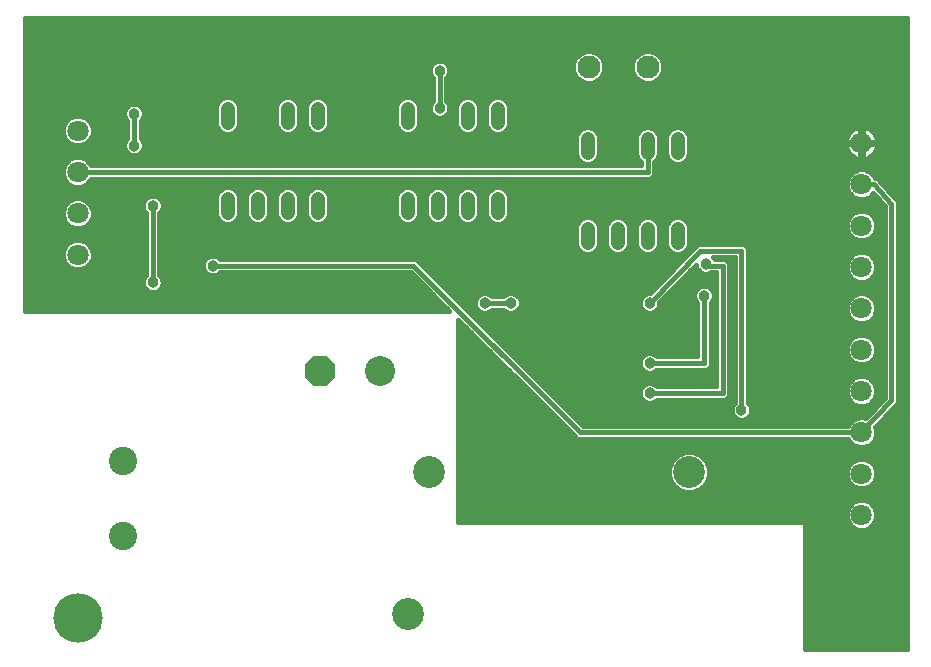
<source format=gbl>
G75*
%MOIN*%
%OFA0B0*%
%FSLAX24Y24*%
%IPPOS*%
%LPD*%
%AMOC8*
5,1,8,0,0,1.08239X$1,22.5*
%
%ADD10C,0.1063*%
%ADD11C,0.0472*%
%ADD12C,0.0768*%
%ADD13C,0.0709*%
%ADD14C,0.0945*%
%ADD15C,0.1000*%
%ADD16OC8,0.1000*%
%ADD17C,0.1650*%
%ADD18C,0.0380*%
%ADD19C,0.0160*%
%ADD20C,0.0250*%
D10*
X014122Y002568D03*
X014831Y007292D03*
X023492Y007292D03*
D11*
X023118Y014944D02*
X023118Y015416D01*
X022118Y015416D02*
X022118Y014944D01*
X021118Y014944D02*
X021118Y015416D01*
X020118Y015416D02*
X020118Y014944D01*
X017118Y015944D02*
X017118Y016416D01*
X016118Y016416D02*
X016118Y015944D01*
X015118Y015944D02*
X015118Y016416D01*
X014118Y016416D02*
X014118Y015944D01*
X011118Y015944D02*
X011118Y016416D01*
X010118Y016416D02*
X010118Y015944D01*
X009118Y015944D02*
X009118Y016416D01*
X008118Y016416D02*
X008118Y015944D01*
X008118Y018944D02*
X008118Y019416D01*
X010118Y019416D02*
X010118Y018944D01*
X011118Y018944D02*
X011118Y019416D01*
X014118Y019416D02*
X014118Y018944D01*
X016118Y018944D02*
X016118Y019416D01*
X017118Y019416D02*
X017118Y018944D01*
X020118Y018416D02*
X020118Y017944D01*
X022118Y017944D02*
X022118Y018416D01*
X023118Y018416D02*
X023118Y017944D01*
D12*
X022118Y020805D03*
X020149Y020805D03*
D13*
X029243Y018269D03*
X029243Y016891D03*
X029243Y015513D03*
X029243Y014135D03*
X029243Y012757D03*
X029243Y011379D03*
X029243Y010001D03*
X029243Y008623D03*
X029243Y007245D03*
X029243Y005868D03*
X003118Y014546D03*
X003118Y015924D03*
X003118Y017302D03*
X003118Y018680D03*
D14*
X004618Y007680D03*
X004618Y005180D03*
D15*
X013180Y010680D03*
D16*
X011180Y010680D03*
D17*
X003118Y002430D03*
X003118Y021430D03*
X029118Y020180D03*
X029118Y003680D03*
D18*
X025243Y009368D03*
X022180Y009930D03*
X022180Y010930D03*
X020493Y010868D03*
X023118Y012743D03*
X022180Y012930D03*
X023993Y013180D03*
X024055Y014243D03*
X017555Y012930D03*
X016680Y012930D03*
X015180Y019430D03*
X015180Y020680D03*
X007618Y014180D03*
X005618Y013618D03*
X005618Y016180D03*
X004993Y018180D03*
X004993Y019243D03*
X005118Y021368D03*
D19*
X005430Y021680D01*
X007799Y019629D02*
X007741Y019491D01*
X007741Y018869D01*
X007799Y018731D01*
X007904Y018625D01*
X008043Y018568D01*
X008192Y018568D01*
X008331Y018625D01*
X008436Y018731D01*
X008494Y018869D01*
X008494Y019491D01*
X008436Y019629D01*
X008331Y019735D01*
X008192Y019792D01*
X008043Y019792D01*
X007904Y019735D01*
X007799Y019629D01*
X007772Y019566D02*
X005074Y019566D01*
X005058Y019572D02*
X004927Y019572D01*
X004806Y019522D01*
X004713Y019429D01*
X004663Y019308D01*
X004663Y019177D01*
X004713Y019056D01*
X004773Y018996D01*
X004773Y018427D01*
X004713Y018367D01*
X004663Y018246D01*
X004663Y018114D01*
X004713Y017993D01*
X004806Y017900D01*
X004927Y017850D01*
X005058Y017850D01*
X005179Y017900D01*
X005272Y017993D01*
X005322Y018114D01*
X005322Y018246D01*
X005272Y018367D01*
X005212Y018427D01*
X005212Y018996D01*
X005272Y019056D01*
X005322Y019177D01*
X005322Y019308D01*
X005272Y019429D01*
X005179Y019522D01*
X005058Y019572D01*
X004911Y019566D02*
X001347Y019566D01*
X001347Y019408D02*
X004704Y019408D01*
X004663Y019249D02*
X001347Y019249D01*
X001347Y019091D02*
X002829Y019091D01*
X002837Y019099D02*
X002698Y018960D01*
X002623Y018778D01*
X002623Y018582D01*
X002698Y018400D01*
X002837Y018261D01*
X003019Y018186D01*
X003216Y018186D01*
X003398Y018261D01*
X003537Y018400D01*
X003612Y018582D01*
X003612Y018778D01*
X003537Y018960D01*
X003398Y019099D01*
X003216Y019174D01*
X003019Y019174D01*
X002837Y019099D01*
X002687Y018932D02*
X001347Y018932D01*
X001347Y018774D02*
X002623Y018774D01*
X002623Y018615D02*
X001347Y018615D01*
X001347Y018457D02*
X002675Y018457D01*
X002800Y018298D02*
X001347Y018298D01*
X001347Y018140D02*
X004663Y018140D01*
X004684Y018298D02*
X003435Y018298D01*
X003560Y018457D02*
X004773Y018457D01*
X004773Y018615D02*
X003612Y018615D01*
X003612Y018774D02*
X004773Y018774D01*
X004773Y018932D02*
X003548Y018932D01*
X003406Y019091D02*
X004698Y019091D01*
X004993Y019243D02*
X004993Y018180D01*
X005301Y018298D02*
X019741Y018298D01*
X019741Y018140D02*
X005322Y018140D01*
X005260Y017981D02*
X019741Y017981D01*
X019741Y017869D02*
X019799Y017731D01*
X019904Y017625D01*
X020043Y017568D01*
X020192Y017568D01*
X020331Y017625D01*
X020436Y017731D01*
X020494Y017869D01*
X020494Y018491D01*
X020436Y018629D01*
X020331Y018735D01*
X020192Y018792D01*
X020043Y018792D01*
X019904Y018735D01*
X019799Y018629D01*
X019741Y018491D01*
X019741Y017869D01*
X019761Y017823D02*
X001347Y017823D01*
X001347Y017981D02*
X004725Y017981D01*
X005212Y018457D02*
X019741Y018457D01*
X019793Y018615D02*
X017307Y018615D01*
X017331Y018625D02*
X017436Y018731D01*
X017494Y018869D01*
X017494Y019491D01*
X017436Y019629D01*
X017331Y019735D01*
X017192Y019792D01*
X017043Y019792D01*
X016904Y019735D01*
X016799Y019629D01*
X016741Y019491D01*
X016741Y018869D01*
X016799Y018731D01*
X016904Y018625D01*
X017043Y018568D01*
X017192Y018568D01*
X017331Y018625D01*
X017454Y018774D02*
X019997Y018774D01*
X020238Y018774D02*
X021997Y018774D01*
X022043Y018792D02*
X021904Y018735D01*
X021799Y018629D01*
X021741Y018491D01*
X021741Y017869D01*
X021799Y017731D01*
X021898Y017632D01*
X021898Y017522D01*
X003561Y017522D01*
X003537Y017582D01*
X003398Y017721D01*
X003216Y017796D01*
X003019Y017796D01*
X002837Y017721D01*
X002698Y017582D01*
X002623Y017400D01*
X002623Y017204D01*
X002698Y017022D01*
X002837Y016883D01*
X003019Y016808D01*
X003216Y016808D01*
X003398Y016883D01*
X003537Y017022D01*
X003561Y017082D01*
X022209Y017082D01*
X022337Y017211D01*
X022337Y017632D01*
X022436Y017731D01*
X022494Y017869D01*
X022494Y018491D01*
X022436Y018629D01*
X022331Y018735D01*
X022192Y018792D01*
X022043Y018792D01*
X022238Y018774D02*
X022997Y018774D01*
X023043Y018792D02*
X022904Y018735D01*
X022799Y018629D01*
X022741Y018491D01*
X022741Y017869D01*
X022799Y017731D01*
X022904Y017625D01*
X023043Y017568D01*
X023192Y017568D01*
X023331Y017625D01*
X023436Y017731D01*
X023494Y017869D01*
X023494Y018491D01*
X023436Y018629D01*
X023331Y018735D01*
X023192Y018792D01*
X023043Y018792D01*
X023238Y018774D02*
X029066Y018774D01*
X029037Y018764D02*
X028962Y018726D01*
X028894Y018677D01*
X028835Y018617D01*
X028785Y018549D01*
X028747Y018474D01*
X028721Y018394D01*
X028708Y018311D01*
X028708Y018307D01*
X029204Y018307D01*
X029204Y018231D01*
X028708Y018231D01*
X028708Y018227D01*
X028721Y018144D01*
X028747Y018064D01*
X028785Y017989D01*
X028835Y017921D01*
X028894Y017862D01*
X028962Y017812D01*
X029037Y017774D01*
X029117Y017748D01*
X029200Y017735D01*
X029204Y017735D01*
X029204Y018231D01*
X029281Y018231D01*
X029281Y018307D01*
X029777Y018307D01*
X029777Y018311D01*
X029764Y018394D01*
X029738Y018474D01*
X029699Y018549D01*
X029650Y018617D01*
X029591Y018677D01*
X029523Y018726D01*
X029448Y018764D01*
X029368Y018790D01*
X029285Y018803D01*
X029281Y018803D01*
X029281Y018307D01*
X029204Y018307D01*
X029204Y018803D01*
X029200Y018803D01*
X029117Y018790D01*
X029037Y018764D01*
X029204Y018774D02*
X029281Y018774D01*
X029419Y018774D02*
X030758Y018774D01*
X030758Y018932D02*
X017494Y018932D01*
X017494Y019091D02*
X030758Y019091D01*
X030758Y019249D02*
X017494Y019249D01*
X017494Y019408D02*
X030758Y019408D01*
X030758Y019566D02*
X017463Y019566D01*
X017341Y019725D02*
X030758Y019725D01*
X030758Y019883D02*
X015400Y019883D01*
X015400Y019725D02*
X015894Y019725D01*
X015904Y019735D02*
X015799Y019629D01*
X015741Y019491D01*
X015741Y018869D01*
X015799Y018731D01*
X015904Y018625D01*
X016043Y018568D01*
X016192Y018568D01*
X016331Y018625D01*
X016436Y018731D01*
X016494Y018869D01*
X016494Y019491D01*
X016436Y019629D01*
X016331Y019735D01*
X016192Y019792D01*
X016043Y019792D01*
X015904Y019735D01*
X015772Y019566D02*
X015481Y019566D01*
X015460Y019617D02*
X015510Y019496D01*
X015510Y019364D01*
X015460Y019243D01*
X015367Y019150D01*
X015246Y019100D01*
X015114Y019100D01*
X014993Y019150D01*
X014900Y019243D01*
X014850Y019364D01*
X014850Y019496D01*
X014900Y019617D01*
X014960Y019677D01*
X014960Y020433D01*
X014900Y020493D01*
X014850Y020614D01*
X014850Y020746D01*
X014900Y020867D01*
X014993Y020960D01*
X015114Y021010D01*
X015246Y021010D01*
X015367Y020960D01*
X015460Y020867D01*
X015510Y020746D01*
X015510Y020614D01*
X015460Y020493D01*
X015400Y020433D01*
X015400Y019677D01*
X015460Y019617D01*
X015510Y019408D02*
X015741Y019408D01*
X015741Y019249D02*
X015462Y019249D01*
X015741Y019091D02*
X014494Y019091D01*
X014494Y019249D02*
X014898Y019249D01*
X014850Y019408D02*
X014494Y019408D01*
X014494Y019491D02*
X014436Y019629D01*
X014331Y019735D01*
X014192Y019792D01*
X014043Y019792D01*
X013904Y019735D01*
X013799Y019629D01*
X013741Y019491D01*
X013741Y018869D01*
X013799Y018731D01*
X013904Y018625D01*
X014043Y018568D01*
X014192Y018568D01*
X014331Y018625D01*
X014436Y018731D01*
X014494Y018869D01*
X014494Y019491D01*
X014463Y019566D02*
X014879Y019566D01*
X014960Y019725D02*
X014341Y019725D01*
X013894Y019725D02*
X011341Y019725D01*
X011331Y019735D02*
X011192Y019792D01*
X011043Y019792D01*
X010904Y019735D01*
X010799Y019629D01*
X010741Y019491D01*
X010741Y018869D01*
X010799Y018731D01*
X010904Y018625D01*
X011043Y018568D01*
X011192Y018568D01*
X011331Y018625D01*
X011436Y018731D01*
X011494Y018869D01*
X011494Y019491D01*
X011436Y019629D01*
X011331Y019735D01*
X011463Y019566D02*
X013772Y019566D01*
X013741Y019408D02*
X011494Y019408D01*
X011494Y019249D02*
X013741Y019249D01*
X013741Y019091D02*
X011494Y019091D01*
X011494Y018932D02*
X013741Y018932D01*
X013781Y018774D02*
X011454Y018774D01*
X011307Y018615D02*
X013928Y018615D01*
X014307Y018615D02*
X015928Y018615D01*
X015781Y018774D02*
X014454Y018774D01*
X014494Y018932D02*
X015741Y018932D01*
X016307Y018615D02*
X016928Y018615D01*
X016781Y018774D02*
X016454Y018774D01*
X016494Y018932D02*
X016741Y018932D01*
X016741Y019091D02*
X016494Y019091D01*
X016494Y019249D02*
X016741Y019249D01*
X016741Y019408D02*
X016494Y019408D01*
X016463Y019566D02*
X016772Y019566D01*
X016894Y019725D02*
X016341Y019725D01*
X015400Y020042D02*
X030758Y020042D01*
X030758Y020200D02*
X015400Y020200D01*
X015400Y020359D02*
X019858Y020359D01*
X019852Y020361D02*
X020045Y020281D01*
X020253Y020281D01*
X020446Y020361D01*
X020593Y020508D01*
X020673Y020701D01*
X020673Y020909D01*
X020593Y021102D01*
X020446Y021249D01*
X020253Y021329D01*
X020045Y021329D01*
X019852Y021249D01*
X019705Y021102D01*
X019625Y020909D01*
X019625Y020701D01*
X019705Y020508D01*
X019852Y020361D01*
X019701Y020517D02*
X015470Y020517D01*
X015510Y020676D02*
X019636Y020676D01*
X019625Y020834D02*
X015473Y020834D01*
X015288Y020993D02*
X019660Y020993D01*
X019754Y021151D02*
X001347Y021151D01*
X001347Y020993D02*
X015072Y020993D01*
X014887Y020834D02*
X001347Y020834D01*
X001347Y020676D02*
X014850Y020676D01*
X014890Y020517D02*
X001347Y020517D01*
X001347Y020359D02*
X014960Y020359D01*
X014960Y020200D02*
X001347Y020200D01*
X001347Y020042D02*
X014960Y020042D01*
X014960Y019883D02*
X001347Y019883D01*
X001347Y019725D02*
X007894Y019725D01*
X007741Y019408D02*
X005281Y019408D01*
X005322Y019249D02*
X007741Y019249D01*
X007741Y019091D02*
X005287Y019091D01*
X005212Y018932D02*
X007741Y018932D01*
X007781Y018774D02*
X005212Y018774D01*
X005212Y018615D02*
X007928Y018615D01*
X008307Y018615D02*
X009928Y018615D01*
X009904Y018625D02*
X010043Y018568D01*
X010192Y018568D01*
X010331Y018625D01*
X010436Y018731D01*
X010494Y018869D01*
X010494Y019491D01*
X010436Y019629D01*
X010331Y019735D01*
X010192Y019792D01*
X010043Y019792D01*
X009904Y019735D01*
X009799Y019629D01*
X009741Y019491D01*
X009741Y018869D01*
X009799Y018731D01*
X009904Y018625D01*
X009781Y018774D02*
X008454Y018774D01*
X008494Y018932D02*
X009741Y018932D01*
X009741Y019091D02*
X008494Y019091D01*
X008494Y019249D02*
X009741Y019249D01*
X009741Y019408D02*
X008494Y019408D01*
X008463Y019566D02*
X009772Y019566D01*
X009894Y019725D02*
X008341Y019725D01*
X010341Y019725D02*
X010894Y019725D01*
X010772Y019566D02*
X010463Y019566D01*
X010494Y019408D02*
X010741Y019408D01*
X010741Y019249D02*
X010494Y019249D01*
X010494Y019091D02*
X010741Y019091D01*
X010741Y018932D02*
X010494Y018932D01*
X010454Y018774D02*
X010781Y018774D01*
X010928Y018615D02*
X010307Y018615D01*
X010192Y016792D02*
X010043Y016792D01*
X009904Y016735D01*
X009799Y016629D01*
X009741Y016491D01*
X009741Y015869D01*
X009799Y015731D01*
X009904Y015625D01*
X010043Y015568D01*
X010192Y015568D01*
X010331Y015625D01*
X010436Y015731D01*
X010494Y015869D01*
X010494Y016491D01*
X010436Y016629D01*
X010331Y016735D01*
X010192Y016792D01*
X010353Y016713D02*
X010882Y016713D01*
X010904Y016735D02*
X010799Y016629D01*
X010741Y016491D01*
X010741Y015869D01*
X010799Y015731D01*
X010904Y015625D01*
X011043Y015568D01*
X011192Y015568D01*
X011331Y015625D01*
X011436Y015731D01*
X011494Y015869D01*
X011494Y016491D01*
X011436Y016629D01*
X011331Y016735D01*
X011192Y016792D01*
X011043Y016792D01*
X010904Y016735D01*
X010768Y016555D02*
X010467Y016555D01*
X010494Y016396D02*
X010741Y016396D01*
X010741Y016238D02*
X010494Y016238D01*
X010494Y016079D02*
X010741Y016079D01*
X010741Y015921D02*
X010494Y015921D01*
X010449Y015762D02*
X010786Y015762D01*
X010956Y015604D02*
X010279Y015604D01*
X009956Y015604D02*
X009279Y015604D01*
X009331Y015625D02*
X009192Y015568D01*
X009043Y015568D01*
X008904Y015625D01*
X008799Y015731D01*
X008741Y015869D01*
X008741Y016491D01*
X008799Y016629D01*
X008904Y016735D01*
X009043Y016792D01*
X009192Y016792D01*
X009331Y016735D01*
X009436Y016629D01*
X009494Y016491D01*
X009494Y015869D01*
X009436Y015731D01*
X009331Y015625D01*
X009449Y015762D02*
X009786Y015762D01*
X009741Y015921D02*
X009494Y015921D01*
X009494Y016079D02*
X009741Y016079D01*
X009741Y016238D02*
X009494Y016238D01*
X009494Y016396D02*
X009741Y016396D01*
X009768Y016555D02*
X009467Y016555D01*
X009353Y016713D02*
X009882Y016713D01*
X008882Y016713D02*
X008353Y016713D01*
X008331Y016735D02*
X008192Y016792D01*
X008043Y016792D01*
X007904Y016735D01*
X007799Y016629D01*
X007741Y016491D01*
X007741Y015869D01*
X007799Y015731D01*
X007904Y015625D01*
X008043Y015568D01*
X008192Y015568D01*
X008331Y015625D01*
X008436Y015731D01*
X008494Y015869D01*
X008494Y016491D01*
X008436Y016629D01*
X008331Y016735D01*
X008467Y016555D02*
X008768Y016555D01*
X008741Y016396D02*
X008494Y016396D01*
X008494Y016238D02*
X008741Y016238D01*
X008741Y016079D02*
X008494Y016079D01*
X008494Y015921D02*
X008741Y015921D01*
X008786Y015762D02*
X008449Y015762D01*
X008279Y015604D02*
X008956Y015604D01*
X007956Y015604D02*
X005837Y015604D01*
X005837Y015762D02*
X007786Y015762D01*
X007741Y015921D02*
X005837Y015921D01*
X005837Y015933D02*
X005897Y015993D01*
X005947Y016114D01*
X005947Y016246D01*
X005897Y016367D01*
X005804Y016460D01*
X005683Y016510D01*
X005552Y016510D01*
X005431Y016460D01*
X005338Y016367D01*
X005288Y016246D01*
X005288Y016114D01*
X005338Y015993D01*
X005398Y015933D01*
X005398Y013864D01*
X005338Y013804D01*
X005288Y013683D01*
X005288Y013552D01*
X005338Y013431D01*
X005431Y013338D01*
X005552Y013288D01*
X005683Y013288D01*
X005804Y013338D01*
X005897Y013431D01*
X005947Y013552D01*
X005947Y013683D01*
X005897Y013804D01*
X005837Y013864D01*
X005837Y015933D01*
X005933Y016079D02*
X007741Y016079D01*
X007741Y016238D02*
X005947Y016238D01*
X005868Y016396D02*
X007741Y016396D01*
X007768Y016555D02*
X001347Y016555D01*
X001347Y016713D02*
X007882Y016713D01*
X005837Y015445D02*
X019741Y015445D01*
X019741Y015491D02*
X019799Y015629D01*
X019904Y015735D01*
X020043Y015792D01*
X020192Y015792D01*
X020331Y015735D01*
X020436Y015629D01*
X020494Y015491D01*
X020494Y014869D01*
X020436Y014731D01*
X020331Y014625D01*
X020192Y014568D01*
X020043Y014568D01*
X019904Y014625D01*
X019799Y014731D01*
X019741Y014869D01*
X019741Y015491D01*
X019788Y015604D02*
X017279Y015604D01*
X017331Y015625D02*
X017436Y015731D01*
X017494Y015869D01*
X017494Y016491D01*
X017436Y016629D01*
X017331Y016735D01*
X017192Y016792D01*
X017043Y016792D01*
X016904Y016735D01*
X016799Y016629D01*
X016741Y016491D01*
X016741Y015869D01*
X016799Y015731D01*
X016904Y015625D01*
X017043Y015568D01*
X017192Y015568D01*
X017331Y015625D01*
X017449Y015762D02*
X019969Y015762D01*
X020266Y015762D02*
X020969Y015762D01*
X020904Y015735D02*
X021043Y015792D01*
X021192Y015792D01*
X021331Y015735D01*
X021436Y015629D01*
X021494Y015491D01*
X021494Y014869D01*
X021436Y014731D01*
X021331Y014625D01*
X021192Y014568D01*
X021043Y014568D01*
X020904Y014625D01*
X020799Y014731D01*
X020741Y014869D01*
X020741Y015491D01*
X020799Y015629D01*
X020904Y015735D01*
X020788Y015604D02*
X020447Y015604D01*
X020494Y015445D02*
X020741Y015445D01*
X020741Y015287D02*
X020494Y015287D01*
X020494Y015128D02*
X020741Y015128D01*
X020741Y014970D02*
X020494Y014970D01*
X020470Y014811D02*
X020765Y014811D01*
X020877Y014653D02*
X020358Y014653D01*
X019877Y014653D02*
X005837Y014653D01*
X005837Y014811D02*
X019765Y014811D01*
X019741Y014970D02*
X005837Y014970D01*
X005837Y015128D02*
X019741Y015128D01*
X019741Y015287D02*
X005837Y015287D01*
X005398Y015287D02*
X001347Y015287D01*
X001347Y015445D02*
X002982Y015445D01*
X003019Y015430D02*
X003216Y015430D01*
X003398Y015505D01*
X003537Y015644D01*
X003612Y015826D01*
X003612Y016022D01*
X003537Y016204D01*
X003398Y016343D01*
X003216Y016418D01*
X003019Y016418D01*
X002837Y016343D01*
X002698Y016204D01*
X002623Y016022D01*
X002623Y015826D01*
X002698Y015644D01*
X002837Y015505D01*
X003019Y015430D01*
X003253Y015445D02*
X005398Y015445D01*
X005398Y015604D02*
X003496Y015604D01*
X003585Y015762D02*
X005398Y015762D01*
X005398Y015921D02*
X003612Y015921D01*
X003588Y016079D02*
X005302Y016079D01*
X005288Y016238D02*
X003503Y016238D01*
X003270Y016396D02*
X005367Y016396D01*
X005618Y016180D02*
X005618Y013618D01*
X005842Y013860D02*
X007528Y013860D01*
X007552Y013850D02*
X007683Y013850D01*
X007804Y013900D01*
X007864Y013960D01*
X014214Y013960D01*
X015494Y012680D01*
X001347Y012680D01*
X001347Y022446D01*
X030758Y022446D01*
X030758Y001410D01*
X027368Y001410D01*
X027368Y005618D01*
X015805Y005618D01*
X028811Y005618D01*
X028823Y005587D02*
X028962Y005448D01*
X029144Y005373D01*
X029341Y005373D01*
X029523Y005448D01*
X029662Y005587D01*
X029737Y005769D01*
X029737Y005966D01*
X029662Y006148D01*
X029523Y006287D01*
X029341Y006362D01*
X029144Y006362D01*
X028962Y006287D01*
X028823Y006148D01*
X028748Y005966D01*
X028748Y005769D01*
X028823Y005587D01*
X028951Y005460D02*
X027368Y005460D01*
X027368Y005301D02*
X030758Y005301D01*
X030758Y005143D02*
X027368Y005143D01*
X027368Y004984D02*
X030758Y004984D01*
X030758Y004826D02*
X027368Y004826D01*
X027368Y004667D02*
X030758Y004667D01*
X030758Y004509D02*
X027368Y004509D01*
X027368Y004350D02*
X030758Y004350D01*
X030758Y004192D02*
X027368Y004192D01*
X027368Y004033D02*
X030758Y004033D01*
X030758Y003875D02*
X027368Y003875D01*
X027368Y003716D02*
X030758Y003716D01*
X030758Y003558D02*
X027368Y003558D01*
X027368Y003399D02*
X030758Y003399D01*
X030758Y003241D02*
X027368Y003241D01*
X027368Y003082D02*
X030758Y003082D01*
X030758Y002924D02*
X027368Y002924D01*
X027368Y002765D02*
X030758Y002765D01*
X030758Y002607D02*
X027368Y002607D01*
X027368Y002448D02*
X030758Y002448D01*
X030758Y002290D02*
X027368Y002290D01*
X027368Y002131D02*
X030758Y002131D01*
X030758Y001973D02*
X027368Y001973D01*
X027368Y001814D02*
X030758Y001814D01*
X030758Y001656D02*
X027368Y001656D01*
X027368Y001497D02*
X030758Y001497D01*
X030758Y005460D02*
X029534Y005460D01*
X029674Y005618D02*
X030758Y005618D01*
X030758Y005777D02*
X029737Y005777D01*
X029737Y005935D02*
X030758Y005935D01*
X030758Y006094D02*
X029684Y006094D01*
X029557Y006252D02*
X030758Y006252D01*
X030758Y006411D02*
X015805Y006411D01*
X015805Y006569D02*
X030758Y006569D01*
X030758Y006728D02*
X023877Y006728D01*
X023872Y006723D02*
X024061Y006912D01*
X024164Y007159D01*
X024164Y007426D01*
X024061Y007673D01*
X023872Y007861D01*
X023626Y007964D01*
X023358Y007964D01*
X023112Y007861D01*
X022923Y007673D01*
X022821Y007426D01*
X022821Y007159D01*
X022923Y006912D01*
X023112Y006723D01*
X023358Y006621D01*
X023626Y006621D01*
X023872Y006723D01*
X024035Y006886D02*
X028903Y006886D01*
X028962Y006826D02*
X028823Y006965D01*
X028748Y007147D01*
X028748Y007344D01*
X028823Y007525D01*
X028962Y007665D01*
X029144Y007740D01*
X029341Y007740D01*
X029523Y007665D01*
X029662Y007525D01*
X029737Y007344D01*
X029737Y007147D01*
X029662Y006965D01*
X029523Y006826D01*
X029341Y006751D01*
X029144Y006751D01*
X028962Y006826D01*
X028791Y007045D02*
X024116Y007045D01*
X024164Y007203D02*
X028748Y007203D01*
X028756Y007362D02*
X024164Y007362D01*
X024124Y007520D02*
X028821Y007520D01*
X028996Y007679D02*
X024055Y007679D01*
X023897Y007837D02*
X030758Y007837D01*
X030758Y007679D02*
X029489Y007679D01*
X029664Y007520D02*
X030758Y007520D01*
X030758Y007362D02*
X029729Y007362D01*
X029737Y007203D02*
X030758Y007203D01*
X030758Y007045D02*
X029694Y007045D01*
X029582Y006886D02*
X030758Y006886D01*
X030758Y007996D02*
X015805Y007996D01*
X015805Y008154D02*
X029084Y008154D01*
X029144Y008129D02*
X029341Y008129D01*
X029523Y008204D01*
X029662Y008343D01*
X029737Y008525D01*
X029737Y008722D01*
X029706Y008795D01*
X030400Y009533D01*
X030462Y009595D01*
X030462Y009599D01*
X030465Y009601D01*
X030462Y009689D01*
X030462Y016237D01*
X030467Y016322D01*
X030462Y016327D01*
X030462Y016334D01*
X030402Y016394D01*
X029876Y016976D01*
X029876Y016982D01*
X029816Y017043D01*
X029759Y017106D01*
X029752Y017107D01*
X029748Y017111D01*
X029686Y017111D01*
X029662Y017171D01*
X029523Y017310D01*
X029341Y017385D01*
X029144Y017385D01*
X028962Y017310D01*
X028823Y017171D01*
X028748Y016989D01*
X028748Y016793D01*
X028823Y016611D01*
X028962Y016472D01*
X029144Y016397D01*
X029341Y016397D01*
X029523Y016472D01*
X029636Y016586D01*
X030023Y016158D01*
X030023Y009773D01*
X029387Y009098D01*
X029341Y009118D01*
X029144Y009118D01*
X028962Y009042D01*
X028823Y008903D01*
X028796Y008837D01*
X019959Y008837D01*
X014396Y014400D01*
X007864Y014400D01*
X007804Y014460D01*
X007683Y014510D01*
X007552Y014510D01*
X007431Y014460D01*
X007338Y014367D01*
X007288Y014246D01*
X007288Y014114D01*
X007338Y013993D01*
X007431Y013900D01*
X007552Y013850D01*
X007707Y013860D02*
X014314Y013860D01*
X014472Y013702D02*
X005940Y013702D01*
X005944Y013543D02*
X014631Y013543D01*
X014789Y013385D02*
X005851Y013385D01*
X005384Y013385D02*
X001347Y013385D01*
X001347Y013543D02*
X005291Y013543D01*
X005295Y013702D02*
X001347Y013702D01*
X001347Y013860D02*
X005393Y013860D01*
X005398Y014019D02*
X001347Y014019D01*
X001347Y014177D02*
X002788Y014177D01*
X002837Y014127D02*
X003019Y014052D01*
X003216Y014052D01*
X003398Y014127D01*
X003537Y014266D01*
X003612Y014448D01*
X003612Y014644D01*
X003537Y014826D01*
X003398Y014965D01*
X003216Y015040D01*
X003019Y015040D01*
X002837Y014965D01*
X002698Y014826D01*
X002623Y014644D01*
X002623Y014448D01*
X002698Y014266D01*
X002837Y014127D01*
X002670Y014336D02*
X001347Y014336D01*
X001347Y014494D02*
X002623Y014494D01*
X002627Y014653D02*
X001347Y014653D01*
X001347Y014811D02*
X002692Y014811D01*
X002848Y014970D02*
X001347Y014970D01*
X001347Y015128D02*
X005398Y015128D01*
X005398Y014970D02*
X003387Y014970D01*
X003543Y014811D02*
X005398Y014811D01*
X005398Y014653D02*
X003608Y014653D01*
X003612Y014494D02*
X005398Y014494D01*
X005398Y014336D02*
X003565Y014336D01*
X003447Y014177D02*
X005398Y014177D01*
X005837Y014177D02*
X007288Y014177D01*
X007325Y014336D02*
X005837Y014336D01*
X005837Y014494D02*
X007513Y014494D01*
X007722Y014494D02*
X023383Y014494D01*
X023331Y014625D02*
X023436Y014731D01*
X023494Y014869D01*
X023494Y015491D01*
X023436Y015629D01*
X023331Y015735D01*
X023192Y015792D01*
X023043Y015792D01*
X022904Y015735D01*
X022799Y015629D01*
X022741Y015491D01*
X022741Y014869D01*
X022799Y014731D01*
X022904Y014625D01*
X023043Y014568D01*
X023192Y014568D01*
X023331Y014625D01*
X023358Y014653D02*
X023535Y014653D01*
X023648Y014769D02*
X022193Y013260D01*
X022114Y013260D01*
X021993Y013210D01*
X021900Y013117D01*
X021850Y012996D01*
X021850Y012864D01*
X021900Y012743D01*
X021993Y012650D01*
X022114Y012600D01*
X022246Y012600D01*
X022367Y012650D01*
X022460Y012743D01*
X022510Y012864D01*
X022510Y012955D01*
X023725Y014215D01*
X023725Y014177D01*
X023688Y014177D01*
X023725Y014177D02*
X023775Y014056D01*
X023868Y013963D01*
X023989Y013913D01*
X024121Y013913D01*
X024235Y013960D01*
X024398Y013960D01*
X024398Y010150D01*
X022427Y010150D01*
X022367Y010210D01*
X022246Y010260D01*
X022114Y010260D01*
X021993Y010210D01*
X021900Y010117D01*
X021850Y009996D01*
X021850Y009864D01*
X021900Y009743D01*
X021993Y009650D01*
X022114Y009600D01*
X022246Y009600D01*
X022367Y009650D01*
X022427Y009710D01*
X024709Y009710D01*
X024837Y009839D01*
X024837Y014271D01*
X024709Y014400D01*
X024347Y014400D01*
X024335Y014429D01*
X024304Y014460D01*
X025023Y014460D01*
X025023Y009614D01*
X024963Y009554D01*
X024913Y009433D01*
X024913Y009302D01*
X024963Y009181D01*
X025056Y009088D01*
X025177Y009038D01*
X025308Y009038D01*
X025429Y009088D01*
X025522Y009181D01*
X025572Y009302D01*
X025572Y009433D01*
X025522Y009554D01*
X025462Y009614D01*
X025462Y014771D01*
X025334Y014900D01*
X023956Y014900D01*
X023955Y014902D01*
X023865Y014900D01*
X023776Y014900D01*
X023775Y014898D01*
X023772Y014898D01*
X023711Y014834D01*
X023648Y014771D01*
X023648Y014769D01*
X023687Y014811D02*
X023470Y014811D01*
X023494Y014970D02*
X030023Y014970D01*
X030023Y015128D02*
X029556Y015128D01*
X029523Y015094D02*
X029662Y015233D01*
X029737Y015415D01*
X029737Y015611D01*
X029662Y015793D01*
X029523Y015932D01*
X029341Y016007D01*
X029144Y016007D01*
X028962Y015932D01*
X028823Y015793D01*
X028748Y015611D01*
X028748Y015415D01*
X028823Y015233D01*
X028962Y015094D01*
X029144Y015019D01*
X029341Y015019D01*
X029523Y015094D01*
X029684Y015287D02*
X030023Y015287D01*
X030023Y015445D02*
X029737Y015445D01*
X029737Y015604D02*
X030023Y015604D01*
X030023Y015762D02*
X029674Y015762D01*
X029534Y015921D02*
X030023Y015921D01*
X030023Y016079D02*
X017494Y016079D01*
X017494Y015921D02*
X028951Y015921D01*
X028811Y015762D02*
X023266Y015762D01*
X023447Y015604D02*
X028748Y015604D01*
X028748Y015445D02*
X023494Y015445D01*
X023494Y015287D02*
X028801Y015287D01*
X028929Y015128D02*
X023494Y015128D01*
X023868Y014680D02*
X025243Y014680D01*
X025243Y009368D01*
X025496Y009581D02*
X028967Y009581D01*
X028962Y009582D02*
X029144Y009507D01*
X029341Y009507D01*
X029523Y009582D01*
X029662Y009721D01*
X029737Y009903D01*
X029737Y010100D01*
X029662Y010281D01*
X029523Y010420D01*
X029341Y010496D01*
X029144Y010496D01*
X028962Y010420D01*
X028823Y010281D01*
X028748Y010100D01*
X028748Y009903D01*
X028823Y009721D01*
X028962Y009582D01*
X028816Y009739D02*
X025462Y009739D01*
X025462Y009898D02*
X028750Y009898D01*
X028748Y010056D02*
X025462Y010056D01*
X025462Y010215D02*
X028796Y010215D01*
X028915Y010373D02*
X025462Y010373D01*
X025462Y010532D02*
X030023Y010532D01*
X030023Y010690D02*
X025462Y010690D01*
X025462Y010849D02*
X030023Y010849D01*
X030023Y011007D02*
X029569Y011007D01*
X029523Y010960D02*
X029662Y011099D01*
X029737Y011281D01*
X029737Y011478D01*
X029662Y011659D01*
X029523Y011798D01*
X029341Y011874D01*
X029144Y011874D01*
X028962Y011798D01*
X028823Y011659D01*
X028748Y011478D01*
X028748Y011281D01*
X028823Y011099D01*
X028962Y010960D01*
X029144Y010885D01*
X029341Y010885D01*
X029523Y010960D01*
X029689Y011166D02*
X030023Y011166D01*
X030023Y011324D02*
X029737Y011324D01*
X029735Y011483D02*
X030023Y011483D01*
X030023Y011641D02*
X029669Y011641D01*
X029520Y011800D02*
X030023Y011800D01*
X030023Y011958D02*
X025462Y011958D01*
X025462Y011800D02*
X028965Y011800D01*
X028816Y011641D02*
X025462Y011641D01*
X025462Y011483D02*
X028750Y011483D01*
X028748Y011324D02*
X025462Y011324D01*
X025462Y011166D02*
X028796Y011166D01*
X028916Y011007D02*
X025462Y011007D01*
X025023Y011007D02*
X024837Y011007D01*
X024837Y010849D02*
X025023Y010849D01*
X025023Y010690D02*
X024837Y010690D01*
X024837Y010532D02*
X025023Y010532D01*
X025023Y010373D02*
X024837Y010373D01*
X024837Y010215D02*
X025023Y010215D01*
X025023Y010056D02*
X024837Y010056D01*
X024837Y009898D02*
X025023Y009898D01*
X025023Y009739D02*
X024738Y009739D01*
X024618Y009930D02*
X024618Y014180D01*
X024055Y014180D01*
X024055Y014243D01*
X023812Y014019D02*
X023535Y014019D01*
X023382Y013860D02*
X024398Y013860D01*
X024398Y013702D02*
X023230Y013702D01*
X023077Y013543D02*
X024398Y013543D01*
X024398Y013385D02*
X024255Y013385D01*
X024272Y013367D02*
X024179Y013460D01*
X024058Y013510D01*
X023927Y013510D01*
X023806Y013460D01*
X023713Y013367D01*
X023663Y013246D01*
X023663Y013114D01*
X023713Y012993D01*
X023773Y012933D01*
X023773Y011150D01*
X022427Y011150D01*
X022367Y011210D01*
X022246Y011260D01*
X022114Y011260D01*
X021993Y011210D01*
X021900Y011117D01*
X021850Y010996D01*
X021850Y010864D01*
X021900Y010743D01*
X021993Y010650D01*
X022114Y010600D01*
X022246Y010600D01*
X022367Y010650D01*
X022427Y010710D01*
X024084Y010710D01*
X024212Y010839D01*
X024212Y012933D01*
X024272Y012993D01*
X024322Y013114D01*
X024322Y013246D01*
X024272Y013367D01*
X024322Y013226D02*
X024398Y013226D01*
X024398Y013068D02*
X024303Y013068D01*
X024212Y012909D02*
X024398Y012909D01*
X024398Y012751D02*
X024212Y012751D01*
X024212Y012592D02*
X024398Y012592D01*
X024398Y012434D02*
X024212Y012434D01*
X024212Y012275D02*
X024398Y012275D01*
X024398Y012117D02*
X024212Y012117D01*
X024212Y011958D02*
X024398Y011958D01*
X024398Y011800D02*
X024212Y011800D01*
X024212Y011641D02*
X024398Y011641D01*
X024398Y011483D02*
X024212Y011483D01*
X024212Y011324D02*
X024398Y011324D01*
X024398Y011166D02*
X024212Y011166D01*
X024212Y011007D02*
X024398Y011007D01*
X024398Y010849D02*
X024212Y010849D01*
X023993Y010930D02*
X022180Y010930D01*
X021949Y011166D02*
X017631Y011166D01*
X017472Y011324D02*
X023773Y011324D01*
X023773Y011166D02*
X022411Y011166D01*
X022407Y010690D02*
X024398Y010690D01*
X024398Y010532D02*
X018265Y010532D01*
X018106Y010690D02*
X021953Y010690D01*
X021857Y010849D02*
X017948Y010849D01*
X017789Y011007D02*
X021855Y011007D01*
X022005Y010215D02*
X018582Y010215D01*
X018423Y010373D02*
X024398Y010373D01*
X024398Y010215D02*
X022355Y010215D01*
X022180Y009930D02*
X024618Y009930D01*
X024989Y009581D02*
X019216Y009581D01*
X019057Y009739D02*
X021904Y009739D01*
X021850Y009898D02*
X018899Y009898D01*
X018740Y010056D02*
X021875Y010056D01*
X019850Y008947D02*
X028867Y008947D01*
X029113Y009105D02*
X025447Y009105D01*
X025557Y009264D02*
X029543Y009264D01*
X029692Y009422D02*
X025572Y009422D01*
X025038Y009105D02*
X019691Y009105D01*
X019533Y009264D02*
X024928Y009264D01*
X024913Y009422D02*
X019374Y009422D01*
X019069Y009105D02*
X015805Y009105D01*
X015805Y008947D02*
X019227Y008947D01*
X019386Y008788D02*
X015805Y008788D01*
X015805Y008630D02*
X019544Y008630D01*
X019648Y008526D02*
X019776Y008398D01*
X028801Y008398D01*
X028823Y008343D01*
X028962Y008204D01*
X029144Y008129D01*
X029401Y008154D02*
X030758Y008154D01*
X030758Y008313D02*
X029631Y008313D01*
X029714Y008471D02*
X030758Y008471D01*
X030758Y008630D02*
X029737Y008630D01*
X029709Y008788D02*
X030758Y008788D01*
X030758Y008947D02*
X029849Y008947D01*
X029998Y009105D02*
X030758Y009105D01*
X030758Y009264D02*
X030147Y009264D01*
X030296Y009422D02*
X030758Y009422D01*
X030758Y009581D02*
X030448Y009581D01*
X030462Y009739D02*
X030758Y009739D01*
X030758Y009898D02*
X030462Y009898D01*
X030462Y010056D02*
X030758Y010056D01*
X030758Y010215D02*
X030462Y010215D01*
X030462Y010373D02*
X030758Y010373D01*
X030758Y010532D02*
X030462Y010532D01*
X030462Y010690D02*
X030758Y010690D01*
X030758Y010849D02*
X030462Y010849D01*
X030462Y011007D02*
X030758Y011007D01*
X030758Y011166D02*
X030462Y011166D01*
X030462Y011324D02*
X030758Y011324D01*
X030758Y011483D02*
X030462Y011483D01*
X030462Y011641D02*
X030758Y011641D01*
X030758Y011800D02*
X030462Y011800D01*
X030462Y011958D02*
X030758Y011958D01*
X030758Y012117D02*
X030462Y012117D01*
X030462Y012275D02*
X030758Y012275D01*
X030758Y012434D02*
X030462Y012434D01*
X030462Y012592D02*
X030758Y012592D01*
X030758Y012751D02*
X030462Y012751D01*
X030462Y012909D02*
X030758Y012909D01*
X030758Y013068D02*
X030462Y013068D01*
X030462Y013226D02*
X030758Y013226D01*
X030758Y013385D02*
X030462Y013385D01*
X030462Y013543D02*
X030758Y013543D01*
X030758Y013702D02*
X030462Y013702D01*
X030462Y013860D02*
X030758Y013860D01*
X030758Y014019D02*
X030462Y014019D01*
X030462Y014177D02*
X030758Y014177D01*
X030758Y014336D02*
X030462Y014336D01*
X030462Y014494D02*
X030758Y014494D01*
X030758Y014653D02*
X030462Y014653D01*
X030462Y014811D02*
X030758Y014811D01*
X030758Y014970D02*
X030462Y014970D01*
X030462Y015128D02*
X030758Y015128D01*
X030758Y015287D02*
X030462Y015287D01*
X030462Y015445D02*
X030758Y015445D01*
X030758Y015604D02*
X030462Y015604D01*
X030462Y015762D02*
X030758Y015762D01*
X030758Y015921D02*
X030462Y015921D01*
X030462Y016079D02*
X030758Y016079D01*
X030758Y016238D02*
X030463Y016238D01*
X030400Y016396D02*
X030758Y016396D01*
X030758Y016555D02*
X030257Y016555D01*
X030114Y016713D02*
X030758Y016713D01*
X030758Y016872D02*
X029971Y016872D01*
X029829Y017030D02*
X030758Y017030D01*
X030758Y017189D02*
X029644Y017189D01*
X029434Y017347D02*
X030758Y017347D01*
X030758Y017506D02*
X022337Y017506D01*
X022337Y017347D02*
X029051Y017347D01*
X028841Y017189D02*
X022315Y017189D01*
X022118Y017302D02*
X003118Y017302D01*
X003455Y017664D02*
X019865Y017664D01*
X020370Y017664D02*
X021865Y017664D01*
X021761Y017823D02*
X020474Y017823D01*
X020494Y017981D02*
X021741Y017981D01*
X021741Y018140D02*
X020494Y018140D01*
X020494Y018298D02*
X021741Y018298D01*
X021741Y018457D02*
X020494Y018457D01*
X020442Y018615D02*
X021793Y018615D01*
X022118Y018180D02*
X022118Y017302D01*
X022370Y017664D02*
X022865Y017664D01*
X022761Y017823D02*
X022474Y017823D01*
X022494Y017981D02*
X022741Y017981D01*
X022741Y018140D02*
X022494Y018140D01*
X022494Y018298D02*
X022741Y018298D01*
X022741Y018457D02*
X022494Y018457D01*
X022442Y018615D02*
X022793Y018615D01*
X023442Y018615D02*
X028833Y018615D01*
X028742Y018457D02*
X023494Y018457D01*
X023494Y018298D02*
X029204Y018298D01*
X029281Y018298D02*
X030758Y018298D01*
X030758Y018140D02*
X029762Y018140D01*
X029764Y018144D02*
X029777Y018227D01*
X029777Y018231D01*
X029281Y018231D01*
X029281Y017735D01*
X029285Y017735D01*
X029368Y017748D01*
X029448Y017774D01*
X029523Y017812D01*
X029591Y017862D01*
X029650Y017921D01*
X029699Y017989D01*
X029738Y018064D01*
X029764Y018144D01*
X029694Y017981D02*
X030758Y017981D01*
X030758Y017823D02*
X029537Y017823D01*
X029281Y017823D02*
X029204Y017823D01*
X029204Y017981D02*
X029281Y017981D01*
X029281Y018140D02*
X029204Y018140D01*
X028948Y017823D02*
X023474Y017823D01*
X023494Y017981D02*
X028791Y017981D01*
X028723Y018140D02*
X023494Y018140D01*
X023370Y017664D02*
X030758Y017664D01*
X029656Y016891D02*
X029243Y016891D01*
X028781Y016713D02*
X017353Y016713D01*
X017467Y016555D02*
X028880Y016555D01*
X028748Y016872D02*
X003370Y016872D01*
X003540Y017030D02*
X028765Y017030D01*
X029656Y016891D02*
X030243Y016243D01*
X030243Y009686D01*
X029243Y008623D01*
X029237Y008618D01*
X019868Y008618D01*
X014305Y014180D01*
X007618Y014180D01*
X007327Y014019D02*
X005837Y014019D01*
X002739Y015604D02*
X001347Y015604D01*
X001347Y015762D02*
X002650Y015762D01*
X002623Y015921D02*
X001347Y015921D01*
X001347Y016079D02*
X002647Y016079D01*
X002732Y016238D02*
X001347Y016238D01*
X001347Y016396D02*
X002965Y016396D01*
X002865Y016872D02*
X001347Y016872D01*
X001347Y017030D02*
X002695Y017030D01*
X002629Y017189D02*
X001347Y017189D01*
X001347Y017347D02*
X002623Y017347D01*
X002667Y017506D02*
X001347Y017506D01*
X001347Y017664D02*
X002780Y017664D01*
X001347Y021310D02*
X019998Y021310D01*
X020300Y021310D02*
X021967Y021310D01*
X022013Y021329D02*
X021821Y021249D01*
X021673Y021102D01*
X021594Y020909D01*
X021594Y020701D01*
X021673Y020508D01*
X021821Y020361D01*
X022013Y020281D01*
X022222Y020281D01*
X022414Y020361D01*
X022562Y020508D01*
X022641Y020701D01*
X022641Y020909D01*
X022562Y021102D01*
X022414Y021249D01*
X022222Y021329D01*
X022013Y021329D01*
X022268Y021310D02*
X030758Y021310D01*
X030758Y021468D02*
X001347Y021468D01*
X001347Y021627D02*
X030758Y021627D01*
X030758Y021785D02*
X001347Y021785D01*
X001347Y021944D02*
X030758Y021944D01*
X030758Y022102D02*
X001347Y022102D01*
X001347Y022261D02*
X030758Y022261D01*
X030758Y022419D02*
X001347Y022419D01*
X011353Y016713D02*
X013882Y016713D01*
X013904Y016735D02*
X013799Y016629D01*
X013741Y016491D01*
X013741Y015869D01*
X013799Y015731D01*
X013904Y015625D01*
X014043Y015568D01*
X014192Y015568D01*
X014331Y015625D01*
X014436Y015731D01*
X014494Y015869D01*
X014494Y016491D01*
X014436Y016629D01*
X014331Y016735D01*
X014192Y016792D01*
X014043Y016792D01*
X013904Y016735D01*
X013768Y016555D02*
X011467Y016555D01*
X011494Y016396D02*
X013741Y016396D01*
X013741Y016238D02*
X011494Y016238D01*
X011494Y016079D02*
X013741Y016079D01*
X013741Y015921D02*
X011494Y015921D01*
X011449Y015762D02*
X013786Y015762D01*
X013956Y015604D02*
X011279Y015604D01*
X014279Y015604D02*
X014956Y015604D01*
X014904Y015625D02*
X015043Y015568D01*
X015192Y015568D01*
X015331Y015625D01*
X015436Y015731D01*
X015494Y015869D01*
X015494Y016491D01*
X015436Y016629D01*
X015331Y016735D01*
X015192Y016792D01*
X015043Y016792D01*
X014904Y016735D01*
X014799Y016629D01*
X014741Y016491D01*
X014741Y015869D01*
X014799Y015731D01*
X014904Y015625D01*
X014786Y015762D02*
X014449Y015762D01*
X014494Y015921D02*
X014741Y015921D01*
X014741Y016079D02*
X014494Y016079D01*
X014494Y016238D02*
X014741Y016238D01*
X014741Y016396D02*
X014494Y016396D01*
X014467Y016555D02*
X014768Y016555D01*
X014882Y016713D02*
X014353Y016713D01*
X015353Y016713D02*
X015882Y016713D01*
X015904Y016735D02*
X015799Y016629D01*
X015741Y016491D01*
X015741Y015869D01*
X015799Y015731D01*
X015904Y015625D01*
X016043Y015568D01*
X016192Y015568D01*
X016331Y015625D01*
X016436Y015731D01*
X016494Y015869D01*
X016494Y016491D01*
X016436Y016629D01*
X016331Y016735D01*
X016192Y016792D01*
X016043Y016792D01*
X015904Y016735D01*
X015768Y016555D02*
X015467Y016555D01*
X015494Y016396D02*
X015741Y016396D01*
X015741Y016238D02*
X015494Y016238D01*
X015494Y016079D02*
X015741Y016079D01*
X015741Y015921D02*
X015494Y015921D01*
X015449Y015762D02*
X015786Y015762D01*
X015956Y015604D02*
X015279Y015604D01*
X016279Y015604D02*
X016956Y015604D01*
X016786Y015762D02*
X016449Y015762D01*
X016494Y015921D02*
X016741Y015921D01*
X016741Y016079D02*
X016494Y016079D01*
X016494Y016238D02*
X016741Y016238D01*
X016741Y016396D02*
X016494Y016396D01*
X016467Y016555D02*
X016768Y016555D01*
X016882Y016713D02*
X016353Y016713D01*
X017494Y016396D02*
X029807Y016396D01*
X029664Y016555D02*
X029605Y016555D01*
X029950Y016238D02*
X017494Y016238D01*
X014778Y014019D02*
X022924Y014019D01*
X023077Y014177D02*
X014619Y014177D01*
X014461Y014336D02*
X023230Y014336D01*
X022877Y014653D02*
X022358Y014653D01*
X022331Y014625D02*
X022436Y014731D01*
X022494Y014869D01*
X022494Y015491D01*
X022436Y015629D01*
X022331Y015735D01*
X022192Y015792D01*
X022043Y015792D01*
X021904Y015735D01*
X021799Y015629D01*
X021741Y015491D01*
X021741Y014869D01*
X021799Y014731D01*
X021904Y014625D01*
X022043Y014568D01*
X022192Y014568D01*
X022331Y014625D01*
X022470Y014811D02*
X022765Y014811D01*
X022741Y014970D02*
X022494Y014970D01*
X022494Y015128D02*
X022741Y015128D01*
X022741Y015287D02*
X022494Y015287D01*
X022494Y015445D02*
X022741Y015445D01*
X022788Y015604D02*
X022447Y015604D01*
X022266Y015762D02*
X022969Y015762D01*
X021969Y015762D02*
X021266Y015762D01*
X021447Y015604D02*
X021788Y015604D01*
X021741Y015445D02*
X021494Y015445D01*
X021494Y015287D02*
X021741Y015287D01*
X021741Y015128D02*
X021494Y015128D01*
X021494Y014970D02*
X021741Y014970D01*
X021765Y014811D02*
X021470Y014811D01*
X021358Y014653D02*
X021877Y014653D01*
X022771Y013860D02*
X014936Y013860D01*
X015095Y013702D02*
X022618Y013702D01*
X022466Y013543D02*
X015253Y013543D01*
X015412Y013385D02*
X022313Y013385D01*
X022032Y013226D02*
X017703Y013226D01*
X017742Y013210D02*
X017621Y013260D01*
X017489Y013260D01*
X017368Y013210D01*
X017308Y013150D01*
X016927Y013150D01*
X016867Y013210D01*
X016746Y013260D01*
X016614Y013260D01*
X016493Y013210D01*
X016400Y013117D01*
X016350Y012996D01*
X016350Y012864D01*
X016400Y012743D01*
X016493Y012650D01*
X016614Y012600D01*
X016746Y012600D01*
X016867Y012650D01*
X016927Y012710D01*
X017308Y012710D01*
X017368Y012650D01*
X017489Y012600D01*
X017621Y012600D01*
X017742Y012650D01*
X017835Y012743D01*
X017885Y012864D01*
X017885Y012996D01*
X017835Y013117D01*
X017742Y013210D01*
X017855Y013068D02*
X021880Y013068D01*
X021850Y012909D02*
X017885Y012909D01*
X017838Y012751D02*
X021897Y012751D01*
X022180Y012930D02*
X023868Y014680D01*
X024773Y014336D02*
X025023Y014336D01*
X025023Y014177D02*
X024837Y014177D01*
X024837Y014019D02*
X025023Y014019D01*
X025023Y013860D02*
X024837Y013860D01*
X024837Y013702D02*
X025023Y013702D01*
X025023Y013543D02*
X024837Y013543D01*
X024837Y013385D02*
X025023Y013385D01*
X025023Y013226D02*
X024837Y013226D01*
X024837Y013068D02*
X025023Y013068D01*
X025023Y012909D02*
X024837Y012909D01*
X024837Y012751D02*
X025023Y012751D01*
X025023Y012592D02*
X024837Y012592D01*
X024837Y012434D02*
X025023Y012434D01*
X025023Y012275D02*
X024837Y012275D01*
X024837Y012117D02*
X025023Y012117D01*
X025023Y011958D02*
X024837Y011958D01*
X024837Y011800D02*
X025023Y011800D01*
X025023Y011641D02*
X024837Y011641D01*
X024837Y011483D02*
X025023Y011483D01*
X025023Y011324D02*
X024837Y011324D01*
X024837Y011166D02*
X025023Y011166D01*
X023993Y010930D02*
X023993Y013180D01*
X023682Y013068D02*
X022618Y013068D01*
X022510Y012909D02*
X023773Y012909D01*
X023773Y012751D02*
X022463Y012751D01*
X022771Y013226D02*
X023663Y013226D01*
X023730Y013385D02*
X022924Y013385D01*
X023773Y012592D02*
X016204Y012592D01*
X016046Y012751D02*
X016397Y012751D01*
X016350Y012909D02*
X015887Y012909D01*
X015729Y013068D02*
X016380Y013068D01*
X016532Y013226D02*
X015570Y013226D01*
X015265Y012909D02*
X001347Y012909D01*
X001347Y012751D02*
X015423Y012751D01*
X015106Y013068D02*
X001347Y013068D01*
X001347Y013226D02*
X014948Y013226D01*
X015805Y012369D02*
X019648Y008526D01*
X019703Y008471D02*
X015805Y008471D01*
X015805Y008313D02*
X028854Y008313D01*
X029372Y009105D02*
X029394Y009105D01*
X029518Y009581D02*
X029841Y009581D01*
X029990Y009739D02*
X029669Y009739D01*
X029735Y009898D02*
X030023Y009898D01*
X030023Y010056D02*
X029737Y010056D01*
X029689Y010215D02*
X030023Y010215D01*
X030023Y010373D02*
X029570Y010373D01*
X030023Y012117D02*
X025462Y012117D01*
X025462Y012275D02*
X029115Y012275D01*
X029144Y012263D02*
X029341Y012263D01*
X029523Y012338D01*
X029662Y012477D01*
X029737Y012659D01*
X029737Y012856D01*
X029662Y013037D01*
X029523Y013176D01*
X029341Y013252D01*
X029144Y013252D01*
X028962Y013176D01*
X028823Y013037D01*
X028748Y012856D01*
X028748Y012659D01*
X028823Y012477D01*
X028962Y012338D01*
X029144Y012263D01*
X029370Y012275D02*
X030023Y012275D01*
X030023Y012434D02*
X029618Y012434D01*
X029709Y012592D02*
X030023Y012592D01*
X030023Y012751D02*
X029737Y012751D01*
X029715Y012909D02*
X030023Y012909D01*
X030023Y013068D02*
X029631Y013068D01*
X029403Y013226D02*
X030023Y013226D01*
X030023Y013385D02*
X025462Y013385D01*
X025462Y013543D02*
X030023Y013543D01*
X030023Y013702D02*
X029487Y013702D01*
X029523Y013716D02*
X029341Y013641D01*
X029144Y013641D01*
X028962Y013716D01*
X028823Y013855D01*
X028748Y014037D01*
X028748Y014234D01*
X028823Y014415D01*
X028962Y014554D01*
X029144Y014630D01*
X029341Y014630D01*
X029523Y014554D01*
X029662Y014415D01*
X029737Y014234D01*
X029737Y014037D01*
X029662Y013855D01*
X029523Y013716D01*
X029664Y013860D02*
X030023Y013860D01*
X030023Y014019D02*
X029729Y014019D01*
X029737Y014177D02*
X030023Y014177D01*
X030023Y014336D02*
X029695Y014336D01*
X029583Y014494D02*
X030023Y014494D01*
X030023Y014653D02*
X025462Y014653D01*
X025462Y014494D02*
X028902Y014494D01*
X028790Y014336D02*
X025462Y014336D01*
X025462Y014177D02*
X028748Y014177D01*
X028756Y014019D02*
X025462Y014019D01*
X025462Y013860D02*
X028821Y013860D01*
X028998Y013702D02*
X025462Y013702D01*
X025462Y013226D02*
X029082Y013226D01*
X028854Y013068D02*
X025462Y013068D01*
X025462Y012909D02*
X028770Y012909D01*
X028748Y012751D02*
X025462Y012751D01*
X025462Y012592D02*
X028776Y012592D01*
X028867Y012434D02*
X025462Y012434D01*
X023773Y012434D02*
X016363Y012434D01*
X016521Y012275D02*
X023773Y012275D01*
X023773Y012117D02*
X016680Y012117D01*
X016838Y011958D02*
X023773Y011958D01*
X023773Y011800D02*
X016997Y011800D01*
X017155Y011641D02*
X023773Y011641D01*
X023773Y011483D02*
X017314Y011483D01*
X017008Y011166D02*
X015805Y011166D01*
X015805Y011324D02*
X016850Y011324D01*
X016691Y011483D02*
X015805Y011483D01*
X015805Y011641D02*
X016533Y011641D01*
X016374Y011800D02*
X015805Y011800D01*
X015805Y011958D02*
X016216Y011958D01*
X016057Y012117D02*
X015805Y012117D01*
X015805Y012275D02*
X015899Y012275D01*
X015805Y012369D02*
X015805Y005618D01*
X015805Y005777D02*
X028748Y005777D01*
X028748Y005935D02*
X015805Y005935D01*
X015805Y006094D02*
X028801Y006094D01*
X028928Y006252D02*
X015805Y006252D01*
X015805Y006728D02*
X023107Y006728D01*
X022949Y006886D02*
X015805Y006886D01*
X015805Y007045D02*
X022868Y007045D01*
X022821Y007203D02*
X015805Y007203D01*
X015805Y007362D02*
X022821Y007362D01*
X022860Y007520D02*
X015805Y007520D01*
X015805Y007679D02*
X022929Y007679D01*
X023087Y007837D02*
X015805Y007837D01*
X015805Y009264D02*
X018910Y009264D01*
X018752Y009422D02*
X015805Y009422D01*
X015805Y009581D02*
X018593Y009581D01*
X018435Y009739D02*
X015805Y009739D01*
X015805Y009898D02*
X018276Y009898D01*
X018118Y010056D02*
X015805Y010056D01*
X015805Y010215D02*
X017959Y010215D01*
X017801Y010373D02*
X015805Y010373D01*
X015805Y010532D02*
X017642Y010532D01*
X017484Y010690D02*
X015805Y010690D01*
X015805Y010849D02*
X017325Y010849D01*
X017167Y011007D02*
X015805Y011007D01*
X016680Y012930D02*
X017555Y012930D01*
X017407Y013226D02*
X016828Y013226D01*
X015180Y019430D02*
X015180Y020680D01*
X020440Y020359D02*
X021826Y020359D01*
X021670Y020517D02*
X020597Y020517D01*
X020662Y020676D02*
X021604Y020676D01*
X021594Y020834D02*
X020673Y020834D01*
X020638Y020993D02*
X021628Y020993D01*
X021723Y021151D02*
X020544Y021151D01*
X022512Y021151D02*
X030758Y021151D01*
X030758Y020993D02*
X022607Y020993D01*
X022641Y020834D02*
X030758Y020834D01*
X030758Y020676D02*
X022631Y020676D01*
X022565Y020517D02*
X030758Y020517D01*
X030758Y020359D02*
X022409Y020359D01*
X025243Y021680D02*
X025430Y021493D01*
X026493Y021118D01*
X029204Y018615D02*
X029281Y018615D01*
X029281Y018457D02*
X029204Y018457D01*
X029652Y018615D02*
X030758Y018615D01*
X030758Y018457D02*
X029743Y018457D01*
X030023Y014811D02*
X025423Y014811D01*
D20*
X025243Y021680D02*
X005430Y021680D01*
M02*

</source>
